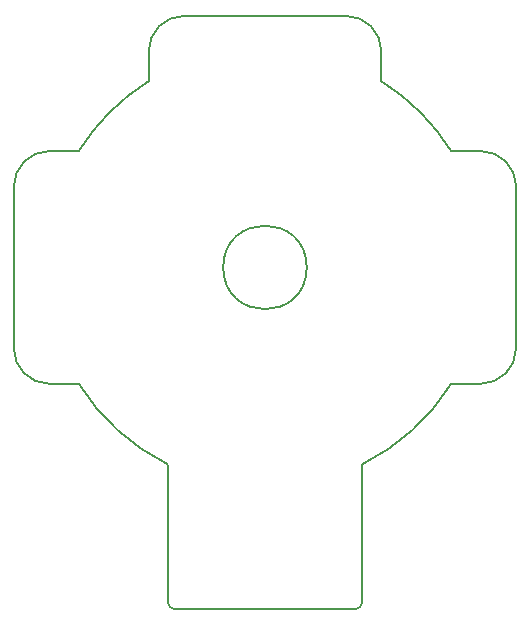
<source format=gko>
G04*
G04 #@! TF.GenerationSoftware,Altium Limited,Altium Designer,23.8.1 (32)*
G04*
G04 Layer_Color=16711935*
%FSLAX44Y44*%
%MOMM*%
G71*
G04*
G04 #@! TF.SameCoordinates,569DF6A4-0AC1-4917-97B5-21C436C54E36*
G04*
G04*
G04 #@! TF.FilePolarity,Positive*
G04*
G01*
G75*
%ADD12C,0.2000*%
D12*
X35355Y0D02*
G03*
X35355Y0I-35355J0D01*
G01*
X157649Y98510D02*
G03*
X98353Y157748I-157649J-98510D01*
G01*
X98510Y183000D02*
G03*
X68510Y213000I-30000J0D01*
G01*
X-68510Y213000D02*
G03*
X-98510Y183000I0J-30000D01*
G01*
X-98466Y157677D02*
G03*
X-157649Y98510I98466J-157677D01*
G01*
X77000Y-289150D02*
G03*
X82000Y-284150I0J5000D01*
G01*
X-82000D02*
G03*
X-77000Y-289150I5000J0D01*
G01*
X82331Y-166671D02*
G03*
X157649Y-98510I-82331J166671D01*
G01*
X-157649D02*
G03*
X-82331Y-166671I157649J98510D01*
G01*
X-212649Y-68510D02*
G03*
X-182649Y-98510I30000J0D01*
G01*
X-182649Y98510D02*
G03*
X-212649Y68510I0J-30000D01*
G01*
X212649Y68510D02*
G03*
X182649Y98510I-30000J0D01*
G01*
Y-98510D02*
G03*
X212649Y-68510I0J30000D01*
G01*
X98386Y182875D02*
X98510Y183000D01*
X98353Y157748D02*
X98386Y157780D01*
Y182875D01*
X-98510Y183000D02*
X-98510Y157748D01*
X-68510Y213000D02*
X68510D01*
X-212649Y-68510D02*
Y68510D01*
X-82000Y-284150D02*
Y-172000D01*
X-77000Y-289150D02*
X77000D01*
X82000Y-284150D02*
Y-171049D01*
X-82000Y-172000D02*
Y-167002D01*
X82000Y-171049D02*
Y-167002D01*
X157649Y98510D02*
X182649D01*
X212649Y-68510D02*
Y68510D01*
X157649Y-98510D02*
X182649D01*
X-182649Y98510D02*
X-157649D01*
X-182649Y-98510D02*
X-157649D01*
M02*

</source>
